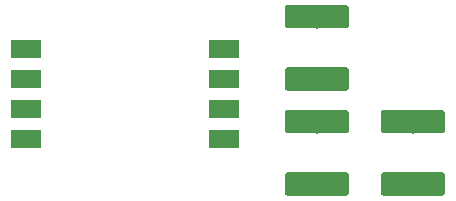
<source format=gbr>
G04 #@! TF.GenerationSoftware,KiCad,Pcbnew,(5.1.2-1)-1*
G04 #@! TF.CreationDate,2020-11-05T16:21:26-08:00*
G04 #@! TF.ProjectId,Pressure Sensor,50726573-7375-4726-9520-53656e736f72,rev?*
G04 #@! TF.SameCoordinates,Original*
G04 #@! TF.FileFunction,Paste,Top*
G04 #@! TF.FilePolarity,Positive*
%FSLAX46Y46*%
G04 Gerber Fmt 4.6, Leading zero omitted, Abs format (unit mm)*
G04 Created by KiCad (PCBNEW (5.1.2-1)-1) date 2020-11-05 16:21:26*
%MOMM*%
%LPD*%
G04 APERTURE LIST*
%ADD10C,0.100000*%
%ADD11C,1.975000*%
%ADD12R,2.540000X1.524000*%
G04 APERTURE END LIST*
D10*
G36*
X158938505Y-28028704D02*
G01*
X158962773Y-28032304D01*
X158986572Y-28038265D01*
X159009671Y-28046530D01*
X159031850Y-28057020D01*
X159052893Y-28069632D01*
X159072599Y-28084247D01*
X159090777Y-28100723D01*
X159107253Y-28118901D01*
X159121868Y-28138607D01*
X159134480Y-28159650D01*
X159144970Y-28181829D01*
X159153235Y-28204928D01*
X159159196Y-28228727D01*
X159162796Y-28252995D01*
X159164000Y-28277499D01*
X159164000Y-29752501D01*
X159162796Y-29777005D01*
X159159196Y-29801273D01*
X159153235Y-29825072D01*
X159144970Y-29848171D01*
X159134480Y-29870350D01*
X159121868Y-29891393D01*
X159107253Y-29911099D01*
X159090777Y-29929277D01*
X159072599Y-29945753D01*
X159052893Y-29960368D01*
X159031850Y-29972980D01*
X159009671Y-29983470D01*
X158986572Y-29991735D01*
X158962773Y-29997696D01*
X158938505Y-30001296D01*
X158914001Y-30002500D01*
X154013999Y-30002500D01*
X153989495Y-30001296D01*
X153965227Y-29997696D01*
X153941428Y-29991735D01*
X153918329Y-29983470D01*
X153896150Y-29972980D01*
X153875107Y-29960368D01*
X153855401Y-29945753D01*
X153837223Y-29929277D01*
X153820747Y-29911099D01*
X153806132Y-29891393D01*
X153793520Y-29870350D01*
X153783030Y-29848171D01*
X153774765Y-29825072D01*
X153768804Y-29801273D01*
X153765204Y-29777005D01*
X153764000Y-29752501D01*
X153764000Y-28277499D01*
X153765204Y-28252995D01*
X153768804Y-28228727D01*
X153774765Y-28204928D01*
X153783030Y-28181829D01*
X153793520Y-28159650D01*
X153806132Y-28138607D01*
X153820747Y-28118901D01*
X153837223Y-28100723D01*
X153855401Y-28084247D01*
X153875107Y-28069632D01*
X153896150Y-28057020D01*
X153918329Y-28046530D01*
X153941428Y-28038265D01*
X153965227Y-28032304D01*
X153989495Y-28028704D01*
X154013999Y-28027500D01*
X158914001Y-28027500D01*
X158938505Y-28028704D01*
X158938505Y-28028704D01*
G37*
D11*
X156464000Y-29015000D03*
D10*
G36*
X158938505Y-33303704D02*
G01*
X158962773Y-33307304D01*
X158986572Y-33313265D01*
X159009671Y-33321530D01*
X159031850Y-33332020D01*
X159052893Y-33344632D01*
X159072599Y-33359247D01*
X159090777Y-33375723D01*
X159107253Y-33393901D01*
X159121868Y-33413607D01*
X159134480Y-33434650D01*
X159144970Y-33456829D01*
X159153235Y-33479928D01*
X159159196Y-33503727D01*
X159162796Y-33527995D01*
X159164000Y-33552499D01*
X159164000Y-35027501D01*
X159162796Y-35052005D01*
X159159196Y-35076273D01*
X159153235Y-35100072D01*
X159144970Y-35123171D01*
X159134480Y-35145350D01*
X159121868Y-35166393D01*
X159107253Y-35186099D01*
X159090777Y-35204277D01*
X159072599Y-35220753D01*
X159052893Y-35235368D01*
X159031850Y-35247980D01*
X159009671Y-35258470D01*
X158986572Y-35266735D01*
X158962773Y-35272696D01*
X158938505Y-35276296D01*
X158914001Y-35277500D01*
X154013999Y-35277500D01*
X153989495Y-35276296D01*
X153965227Y-35272696D01*
X153941428Y-35266735D01*
X153918329Y-35258470D01*
X153896150Y-35247980D01*
X153875107Y-35235368D01*
X153855401Y-35220753D01*
X153837223Y-35204277D01*
X153820747Y-35186099D01*
X153806132Y-35166393D01*
X153793520Y-35145350D01*
X153783030Y-35123171D01*
X153774765Y-35100072D01*
X153768804Y-35076273D01*
X153765204Y-35052005D01*
X153764000Y-35027501D01*
X153764000Y-33552499D01*
X153765204Y-33527995D01*
X153768804Y-33503727D01*
X153774765Y-33479928D01*
X153783030Y-33456829D01*
X153793520Y-33434650D01*
X153806132Y-33413607D01*
X153820747Y-33393901D01*
X153837223Y-33375723D01*
X153855401Y-33359247D01*
X153875107Y-33344632D01*
X153896150Y-33332020D01*
X153918329Y-33321530D01*
X153941428Y-33313265D01*
X153965227Y-33307304D01*
X153989495Y-33303704D01*
X154013999Y-33302500D01*
X158914001Y-33302500D01*
X158938505Y-33303704D01*
X158938505Y-33303704D01*
G37*
D11*
X156464000Y-34290000D03*
D10*
G36*
X150810505Y-33303704D02*
G01*
X150834773Y-33307304D01*
X150858572Y-33313265D01*
X150881671Y-33321530D01*
X150903850Y-33332020D01*
X150924893Y-33344632D01*
X150944599Y-33359247D01*
X150962777Y-33375723D01*
X150979253Y-33393901D01*
X150993868Y-33413607D01*
X151006480Y-33434650D01*
X151016970Y-33456829D01*
X151025235Y-33479928D01*
X151031196Y-33503727D01*
X151034796Y-33527995D01*
X151036000Y-33552499D01*
X151036000Y-35027501D01*
X151034796Y-35052005D01*
X151031196Y-35076273D01*
X151025235Y-35100072D01*
X151016970Y-35123171D01*
X151006480Y-35145350D01*
X150993868Y-35166393D01*
X150979253Y-35186099D01*
X150962777Y-35204277D01*
X150944599Y-35220753D01*
X150924893Y-35235368D01*
X150903850Y-35247980D01*
X150881671Y-35258470D01*
X150858572Y-35266735D01*
X150834773Y-35272696D01*
X150810505Y-35276296D01*
X150786001Y-35277500D01*
X145885999Y-35277500D01*
X145861495Y-35276296D01*
X145837227Y-35272696D01*
X145813428Y-35266735D01*
X145790329Y-35258470D01*
X145768150Y-35247980D01*
X145747107Y-35235368D01*
X145727401Y-35220753D01*
X145709223Y-35204277D01*
X145692747Y-35186099D01*
X145678132Y-35166393D01*
X145665520Y-35145350D01*
X145655030Y-35123171D01*
X145646765Y-35100072D01*
X145640804Y-35076273D01*
X145637204Y-35052005D01*
X145636000Y-35027501D01*
X145636000Y-33552499D01*
X145637204Y-33527995D01*
X145640804Y-33503727D01*
X145646765Y-33479928D01*
X145655030Y-33456829D01*
X145665520Y-33434650D01*
X145678132Y-33413607D01*
X145692747Y-33393901D01*
X145709223Y-33375723D01*
X145727401Y-33359247D01*
X145747107Y-33344632D01*
X145768150Y-33332020D01*
X145790329Y-33321530D01*
X145813428Y-33313265D01*
X145837227Y-33307304D01*
X145861495Y-33303704D01*
X145885999Y-33302500D01*
X150786001Y-33302500D01*
X150810505Y-33303704D01*
X150810505Y-33303704D01*
G37*
D11*
X148336000Y-34290000D03*
D10*
G36*
X150810505Y-28028704D02*
G01*
X150834773Y-28032304D01*
X150858572Y-28038265D01*
X150881671Y-28046530D01*
X150903850Y-28057020D01*
X150924893Y-28069632D01*
X150944599Y-28084247D01*
X150962777Y-28100723D01*
X150979253Y-28118901D01*
X150993868Y-28138607D01*
X151006480Y-28159650D01*
X151016970Y-28181829D01*
X151025235Y-28204928D01*
X151031196Y-28228727D01*
X151034796Y-28252995D01*
X151036000Y-28277499D01*
X151036000Y-29752501D01*
X151034796Y-29777005D01*
X151031196Y-29801273D01*
X151025235Y-29825072D01*
X151016970Y-29848171D01*
X151006480Y-29870350D01*
X150993868Y-29891393D01*
X150979253Y-29911099D01*
X150962777Y-29929277D01*
X150944599Y-29945753D01*
X150924893Y-29960368D01*
X150903850Y-29972980D01*
X150881671Y-29983470D01*
X150858572Y-29991735D01*
X150834773Y-29997696D01*
X150810505Y-30001296D01*
X150786001Y-30002500D01*
X145885999Y-30002500D01*
X145861495Y-30001296D01*
X145837227Y-29997696D01*
X145813428Y-29991735D01*
X145790329Y-29983470D01*
X145768150Y-29972980D01*
X145747107Y-29960368D01*
X145727401Y-29945753D01*
X145709223Y-29929277D01*
X145692747Y-29911099D01*
X145678132Y-29891393D01*
X145665520Y-29870350D01*
X145655030Y-29848171D01*
X145646765Y-29825072D01*
X145640804Y-29801273D01*
X145637204Y-29777005D01*
X145636000Y-29752501D01*
X145636000Y-28277499D01*
X145637204Y-28252995D01*
X145640804Y-28228727D01*
X145646765Y-28204928D01*
X145655030Y-28181829D01*
X145665520Y-28159650D01*
X145678132Y-28138607D01*
X145692747Y-28118901D01*
X145709223Y-28100723D01*
X145727401Y-28084247D01*
X145747107Y-28069632D01*
X145768150Y-28057020D01*
X145790329Y-28046530D01*
X145813428Y-28038265D01*
X145837227Y-28032304D01*
X145861495Y-28028704D01*
X145885999Y-28027500D01*
X150786001Y-28027500D01*
X150810505Y-28028704D01*
X150810505Y-28028704D01*
G37*
D11*
X148336000Y-29015000D03*
D10*
G36*
X150810505Y-24413704D02*
G01*
X150834773Y-24417304D01*
X150858572Y-24423265D01*
X150881671Y-24431530D01*
X150903850Y-24442020D01*
X150924893Y-24454632D01*
X150944599Y-24469247D01*
X150962777Y-24485723D01*
X150979253Y-24503901D01*
X150993868Y-24523607D01*
X151006480Y-24544650D01*
X151016970Y-24566829D01*
X151025235Y-24589928D01*
X151031196Y-24613727D01*
X151034796Y-24637995D01*
X151036000Y-24662499D01*
X151036000Y-26137501D01*
X151034796Y-26162005D01*
X151031196Y-26186273D01*
X151025235Y-26210072D01*
X151016970Y-26233171D01*
X151006480Y-26255350D01*
X150993868Y-26276393D01*
X150979253Y-26296099D01*
X150962777Y-26314277D01*
X150944599Y-26330753D01*
X150924893Y-26345368D01*
X150903850Y-26357980D01*
X150881671Y-26368470D01*
X150858572Y-26376735D01*
X150834773Y-26382696D01*
X150810505Y-26386296D01*
X150786001Y-26387500D01*
X145885999Y-26387500D01*
X145861495Y-26386296D01*
X145837227Y-26382696D01*
X145813428Y-26376735D01*
X145790329Y-26368470D01*
X145768150Y-26357980D01*
X145747107Y-26345368D01*
X145727401Y-26330753D01*
X145709223Y-26314277D01*
X145692747Y-26296099D01*
X145678132Y-26276393D01*
X145665520Y-26255350D01*
X145655030Y-26233171D01*
X145646765Y-26210072D01*
X145640804Y-26186273D01*
X145637204Y-26162005D01*
X145636000Y-26137501D01*
X145636000Y-24662499D01*
X145637204Y-24637995D01*
X145640804Y-24613727D01*
X145646765Y-24589928D01*
X145655030Y-24566829D01*
X145665520Y-24544650D01*
X145678132Y-24523607D01*
X145692747Y-24503901D01*
X145709223Y-24485723D01*
X145727401Y-24469247D01*
X145747107Y-24454632D01*
X145768150Y-24442020D01*
X145790329Y-24431530D01*
X145813428Y-24423265D01*
X145837227Y-24417304D01*
X145861495Y-24413704D01*
X145885999Y-24412500D01*
X150786001Y-24412500D01*
X150810505Y-24413704D01*
X150810505Y-24413704D01*
G37*
D11*
X148336000Y-25400000D03*
D10*
G36*
X150810505Y-19138704D02*
G01*
X150834773Y-19142304D01*
X150858572Y-19148265D01*
X150881671Y-19156530D01*
X150903850Y-19167020D01*
X150924893Y-19179632D01*
X150944599Y-19194247D01*
X150962777Y-19210723D01*
X150979253Y-19228901D01*
X150993868Y-19248607D01*
X151006480Y-19269650D01*
X151016970Y-19291829D01*
X151025235Y-19314928D01*
X151031196Y-19338727D01*
X151034796Y-19362995D01*
X151036000Y-19387499D01*
X151036000Y-20862501D01*
X151034796Y-20887005D01*
X151031196Y-20911273D01*
X151025235Y-20935072D01*
X151016970Y-20958171D01*
X151006480Y-20980350D01*
X150993868Y-21001393D01*
X150979253Y-21021099D01*
X150962777Y-21039277D01*
X150944599Y-21055753D01*
X150924893Y-21070368D01*
X150903850Y-21082980D01*
X150881671Y-21093470D01*
X150858572Y-21101735D01*
X150834773Y-21107696D01*
X150810505Y-21111296D01*
X150786001Y-21112500D01*
X145885999Y-21112500D01*
X145861495Y-21111296D01*
X145837227Y-21107696D01*
X145813428Y-21101735D01*
X145790329Y-21093470D01*
X145768150Y-21082980D01*
X145747107Y-21070368D01*
X145727401Y-21055753D01*
X145709223Y-21039277D01*
X145692747Y-21021099D01*
X145678132Y-21001393D01*
X145665520Y-20980350D01*
X145655030Y-20958171D01*
X145646765Y-20935072D01*
X145640804Y-20911273D01*
X145637204Y-20887005D01*
X145636000Y-20862501D01*
X145636000Y-19387499D01*
X145637204Y-19362995D01*
X145640804Y-19338727D01*
X145646765Y-19314928D01*
X145655030Y-19291829D01*
X145665520Y-19269650D01*
X145678132Y-19248607D01*
X145692747Y-19228901D01*
X145709223Y-19210723D01*
X145727401Y-19194247D01*
X145747107Y-19179632D01*
X145768150Y-19167020D01*
X145790329Y-19156530D01*
X145813428Y-19148265D01*
X145837227Y-19142304D01*
X145861495Y-19138704D01*
X145885999Y-19137500D01*
X150786001Y-19137500D01*
X150810505Y-19138704D01*
X150810505Y-19138704D01*
G37*
D11*
X148336000Y-20125000D03*
D12*
X140462000Y-22860000D03*
X140462000Y-25400000D03*
X140462000Y-27940000D03*
X140462000Y-30480000D03*
X123698000Y-30480000D03*
X123698000Y-27940000D03*
X123698000Y-25400000D03*
X123698000Y-22860000D03*
M02*

</source>
